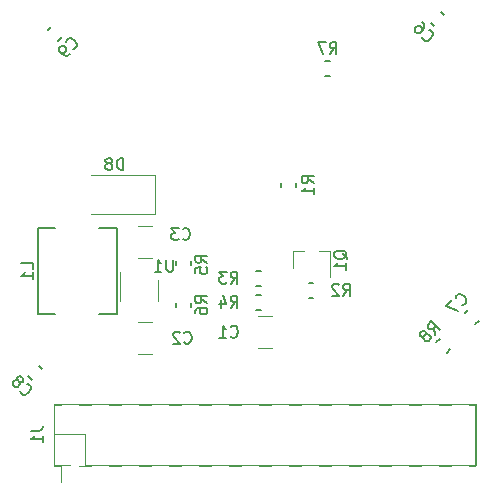
<source format=gbo>
G04 #@! TF.GenerationSoftware,KiCad,Pcbnew,(5.0.2)-1*
G04 #@! TF.CreationDate,2019-01-31T16:36:43+01:00*
G04 #@! TF.ProjectId,SHMod24_RF_IR_Bridge,53484d6f-6432-4345-9f52-465f49525f42,rev?*
G04 #@! TF.SameCoordinates,Original*
G04 #@! TF.FileFunction,Legend,Bot*
G04 #@! TF.FilePolarity,Positive*
%FSLAX46Y46*%
G04 Gerber Fmt 4.6, Leading zero omitted, Abs format (unit mm)*
G04 Created by KiCad (PCBNEW (5.0.2)-1) date 31/01/2019 16:36:43*
%MOMM*%
%LPD*%
G01*
G04 APERTURE LIST*
%ADD10C,0.150000*%
%ADD11C,0.120000*%
G04 APERTURE END LIST*
D10*
G04 #@! TO.C,R8*
X38795309Y-34238717D02*
X39064717Y-33969309D01*
X37897283Y-33340691D02*
X38166691Y-33071283D01*
G04 #@! TO.C,C7*
X41477717Y-31556309D02*
X41208309Y-31825717D01*
X40579691Y-30658283D02*
X40310283Y-30927691D01*
G04 #@! TO.C,C8*
X4520717Y-35626691D02*
X4251309Y-35357283D01*
X3622691Y-36524717D02*
X3353283Y-36255309D01*
G04 #@! TO.C,C9*
X5004283Y-6924691D02*
X5273691Y-6655283D01*
X5902309Y-7822717D02*
X6171717Y-7553309D01*
G04 #@! TO.C,C6*
X37407334Y-6301360D02*
X37676742Y-6570768D01*
X38305360Y-5403334D02*
X38574768Y-5672742D01*
D11*
G04 #@! TO.C,C2*
X12605936Y-31660000D02*
X13810064Y-31660000D01*
X12605936Y-34380000D02*
X13810064Y-34380000D01*
G04 #@! TO.C,C3*
X13810064Y-23532000D02*
X12605936Y-23532000D01*
X13810064Y-26252000D02*
X12605936Y-26252000D01*
G04 #@! TO.C,D8*
X14068000Y-19178000D02*
X14068000Y-22478000D01*
X14068000Y-22478000D02*
X8668000Y-22478000D01*
X14068000Y-19178000D02*
X8668000Y-19178000D01*
D10*
G04 #@! TO.C,L1*
X10843000Y-23728000D02*
X9343000Y-23728000D01*
X10843000Y-30928000D02*
X9343000Y-30928000D01*
X4143000Y-30928000D02*
X5643000Y-30928000D01*
X4143000Y-23728000D02*
X5643000Y-23728000D01*
X10843000Y-30928000D02*
X10843000Y-23728000D01*
X4143000Y-30928000D02*
X4143000Y-23728000D01*
G04 #@! TO.C,R7*
X28892500Y-9525000D02*
X28511500Y-9525000D01*
X28892500Y-10795000D02*
X28511500Y-10795000D01*
G04 #@! TO.C,R5*
X17145000Y-26479500D02*
X17145000Y-26860500D01*
X15875000Y-26479500D02*
X15875000Y-26860500D01*
G04 #@! TO.C,R6*
X15875000Y-30035500D02*
X15875000Y-30416500D01*
X17145000Y-30035500D02*
X17145000Y-30416500D01*
D11*
G04 #@! TO.C,U1*
X14310000Y-28056000D02*
X14310000Y-29856000D01*
X11090000Y-29856000D02*
X11090000Y-27406000D01*
G04 #@! TO.C,C1*
X22765936Y-33872000D02*
X23970064Y-33872000D01*
X22765936Y-31152000D02*
X23970064Y-31152000D01*
D10*
G04 #@! TO.C,R1*
X24765000Y-20256500D02*
X24765000Y-19875500D01*
X26035000Y-20256500D02*
X26035000Y-19875500D01*
G04 #@! TO.C,R2*
X27495500Y-28321000D02*
X27114500Y-28321000D01*
X27495500Y-29591000D02*
X27114500Y-29591000D01*
G04 #@! TO.C,R3*
X22669500Y-27305000D02*
X23050500Y-27305000D01*
X22669500Y-28575000D02*
X23050500Y-28575000D01*
G04 #@! TO.C,R4*
X22669500Y-30607000D02*
X23050500Y-30607000D01*
X22669500Y-29337000D02*
X23050500Y-29337000D01*
D11*
G04 #@! TO.C,Q1*
X25725000Y-25656000D02*
X26655000Y-25656000D01*
X28885000Y-25656000D02*
X27955000Y-25656000D01*
X28885000Y-25656000D02*
X28885000Y-27816000D01*
X25725000Y-25656000D02*
X25725000Y-27116000D01*
G04 #@! TO.C,J2*
X6090000Y-43875000D02*
X6090000Y-45235000D01*
X40630000Y-38675000D02*
X41200000Y-38675000D01*
X38090000Y-38675000D02*
X39110000Y-38675000D01*
X35550000Y-38675000D02*
X36570000Y-38675000D01*
X33010000Y-38675000D02*
X34030000Y-38675000D01*
X30470000Y-38675000D02*
X31490000Y-38675000D01*
X27930000Y-38675000D02*
X28950000Y-38675000D01*
X25390000Y-38675000D02*
X26410000Y-38675000D01*
X22850000Y-38675000D02*
X23870000Y-38675000D01*
X20310000Y-38675000D02*
X21330000Y-38675000D01*
X17770000Y-38675000D02*
X18790000Y-38675000D01*
X15230000Y-38675000D02*
X16250000Y-38675000D01*
X12690000Y-38675000D02*
X13710000Y-38675000D01*
X10150000Y-38675000D02*
X11170000Y-38675000D01*
X7610000Y-38675000D02*
X8630000Y-38675000D01*
X5520000Y-38675000D02*
X6090000Y-38675000D01*
X41200000Y-38675000D02*
X41200000Y-43875000D01*
X40630000Y-43875000D02*
X41200000Y-43875000D01*
X38090000Y-43875000D02*
X39110000Y-43875000D01*
X35550000Y-43875000D02*
X36570000Y-43875000D01*
X33010000Y-43875000D02*
X34030000Y-43875000D01*
X30470000Y-43875000D02*
X31490000Y-43875000D01*
X27930000Y-43875000D02*
X28950000Y-43875000D01*
X25390000Y-43875000D02*
X26410000Y-43875000D01*
X22850000Y-43875000D02*
X23870000Y-43875000D01*
X20310000Y-43875000D02*
X21330000Y-43875000D01*
X17770000Y-43875000D02*
X18790000Y-43875000D01*
X15230000Y-43875000D02*
X16250000Y-43875000D01*
X12690000Y-43875000D02*
X13710000Y-43875000D01*
X10150000Y-43875000D02*
X11170000Y-43875000D01*
X7610000Y-43875000D02*
X8630000Y-43875000D01*
X5520000Y-43875000D02*
X6090000Y-43875000D01*
X5520000Y-38675000D02*
X5520000Y-43875000D01*
G04 #@! TO.C,J1*
X5540000Y-42440000D02*
X5540000Y-43770000D01*
X5540000Y-43770000D02*
X6870000Y-43770000D01*
X5540000Y-41170000D02*
X8140000Y-41170000D01*
X8140000Y-41170000D02*
X8140000Y-43770000D01*
X8140000Y-43770000D02*
X41220000Y-43770000D01*
X41220000Y-38570000D02*
X41220000Y-43770000D01*
X5540000Y-38570000D02*
X41220000Y-38570000D01*
X5540000Y-38570000D02*
X5540000Y-41170000D01*
G04 #@! TO.C,R8*
D10*
X37775732Y-32714030D02*
X37674717Y-32141610D01*
X38179793Y-32309969D02*
X37472687Y-31602862D01*
X37203312Y-31872236D01*
X37169641Y-31973251D01*
X37169641Y-32040595D01*
X37203312Y-32141610D01*
X37304328Y-32242625D01*
X37405343Y-32276297D01*
X37472687Y-32276297D01*
X37573702Y-32242625D01*
X37843076Y-31973251D01*
X36967610Y-32714030D02*
X37001282Y-32613015D01*
X37001282Y-32545671D01*
X36967610Y-32444656D01*
X36933938Y-32410984D01*
X36832923Y-32377312D01*
X36765580Y-32377312D01*
X36664564Y-32410984D01*
X36529877Y-32545671D01*
X36496206Y-32646687D01*
X36496206Y-32714030D01*
X36529877Y-32815045D01*
X36563549Y-32848717D01*
X36664564Y-32882389D01*
X36731908Y-32882389D01*
X36832923Y-32848717D01*
X36967610Y-32714030D01*
X37068625Y-32680358D01*
X37135969Y-32680358D01*
X37236984Y-32714030D01*
X37371671Y-32848717D01*
X37405343Y-32949732D01*
X37405343Y-33017076D01*
X37371671Y-33118091D01*
X37236984Y-33252778D01*
X37135969Y-33286450D01*
X37068625Y-33286450D01*
X36967610Y-33252778D01*
X36832923Y-33118091D01*
X36799251Y-33017076D01*
X36799251Y-32949732D01*
X36832923Y-32848717D01*
G04 #@! TO.C,C7*
X40097663Y-30209961D02*
X40165006Y-30209961D01*
X40299693Y-30142617D01*
X40367037Y-30075274D01*
X40434380Y-29940586D01*
X40434380Y-29805899D01*
X40400709Y-29704884D01*
X40299693Y-29536525D01*
X40198678Y-29435510D01*
X40030319Y-29334495D01*
X39929304Y-29300823D01*
X39794617Y-29300823D01*
X39659930Y-29368167D01*
X39592586Y-29435510D01*
X39525243Y-29570197D01*
X39525243Y-29637541D01*
X39222197Y-29805899D02*
X38750793Y-30277304D01*
X39760945Y-30681365D01*
G04 #@! TO.C,C8*
X2659312Y-37454389D02*
X2659312Y-37521732D01*
X2726656Y-37656419D01*
X2793999Y-37723763D01*
X2928687Y-37791106D01*
X3063374Y-37791106D01*
X3164389Y-37757435D01*
X3332748Y-37656419D01*
X3433763Y-37555404D01*
X3534778Y-37387045D01*
X3568450Y-37286030D01*
X3568450Y-37151343D01*
X3501106Y-37016656D01*
X3433763Y-36949312D01*
X3299076Y-36881969D01*
X3231732Y-36881969D01*
X2591969Y-36713610D02*
X2692984Y-36747282D01*
X2760328Y-36747282D01*
X2861343Y-36713610D01*
X2895015Y-36679938D01*
X2928687Y-36578923D01*
X2928687Y-36511580D01*
X2895015Y-36410564D01*
X2760328Y-36275877D01*
X2659312Y-36242206D01*
X2591969Y-36242206D01*
X2490954Y-36275877D01*
X2457282Y-36309549D01*
X2423610Y-36410564D01*
X2423610Y-36477908D01*
X2457282Y-36578923D01*
X2591969Y-36713610D01*
X2625641Y-36814625D01*
X2625641Y-36881969D01*
X2591969Y-36982984D01*
X2457282Y-37117671D01*
X2356267Y-37151343D01*
X2288923Y-37151343D01*
X2187908Y-37117671D01*
X2053221Y-36982984D01*
X2019549Y-36881969D01*
X2019549Y-36814625D01*
X2053221Y-36713610D01*
X2187908Y-36578923D01*
X2288923Y-36545251D01*
X2356267Y-36545251D01*
X2457282Y-36578923D01*
G04 #@! TO.C,C9*
X7125115Y-8540413D02*
X7192458Y-8540413D01*
X7327145Y-8473069D01*
X7394489Y-8405725D01*
X7461832Y-8271038D01*
X7461832Y-8136351D01*
X7428161Y-8035336D01*
X7327145Y-7866977D01*
X7226130Y-7765962D01*
X7057771Y-7664947D01*
X6956756Y-7631275D01*
X6822069Y-7631275D01*
X6687382Y-7698619D01*
X6620038Y-7765962D01*
X6552695Y-7900649D01*
X6552695Y-7967993D01*
X6855741Y-8944474D02*
X6721054Y-9079161D01*
X6620038Y-9112832D01*
X6552695Y-9112832D01*
X6384336Y-9079161D01*
X6215977Y-8978145D01*
X5946603Y-8708771D01*
X5912932Y-8607756D01*
X5912932Y-8540413D01*
X5946603Y-8439397D01*
X6081290Y-8304710D01*
X6182306Y-8271038D01*
X6249649Y-8271038D01*
X6350664Y-8304710D01*
X6519023Y-8473069D01*
X6552695Y-8574084D01*
X6552695Y-8641428D01*
X6519023Y-8742443D01*
X6384336Y-8877130D01*
X6283321Y-8910802D01*
X6215977Y-8910802D01*
X6114962Y-8877130D01*
G04 #@! TO.C,C6*
X36689637Y-7524166D02*
X36689637Y-7591509D01*
X36756981Y-7726196D01*
X36824325Y-7793540D01*
X36959012Y-7860883D01*
X37093699Y-7860883D01*
X37194714Y-7827212D01*
X37363073Y-7726196D01*
X37464088Y-7625181D01*
X37565103Y-7456822D01*
X37598775Y-7355807D01*
X37598775Y-7221120D01*
X37531431Y-7086433D01*
X37464088Y-7019089D01*
X37329401Y-6951746D01*
X37262057Y-6951746D01*
X36723309Y-6278311D02*
X36857996Y-6412998D01*
X36891668Y-6514013D01*
X36891668Y-6581357D01*
X36857996Y-6749715D01*
X36756981Y-6918074D01*
X36487607Y-7187448D01*
X36386592Y-7221120D01*
X36319248Y-7221120D01*
X36218233Y-7187448D01*
X36083546Y-7052761D01*
X36049874Y-6951746D01*
X36049874Y-6884402D01*
X36083546Y-6783387D01*
X36251905Y-6615028D01*
X36352920Y-6581357D01*
X36420263Y-6581357D01*
X36521279Y-6615028D01*
X36655966Y-6749715D01*
X36689637Y-6850731D01*
X36689637Y-6918074D01*
X36655966Y-7019089D01*
G04 #@! TO.C,C2*
X16549666Y-33377142D02*
X16597285Y-33424761D01*
X16740142Y-33472380D01*
X16835380Y-33472380D01*
X16978238Y-33424761D01*
X17073476Y-33329523D01*
X17121095Y-33234285D01*
X17168714Y-33043809D01*
X17168714Y-32900952D01*
X17121095Y-32710476D01*
X17073476Y-32615238D01*
X16978238Y-32520000D01*
X16835380Y-32472380D01*
X16740142Y-32472380D01*
X16597285Y-32520000D01*
X16549666Y-32567619D01*
X16168714Y-32567619D02*
X16121095Y-32520000D01*
X16025857Y-32472380D01*
X15787761Y-32472380D01*
X15692523Y-32520000D01*
X15644904Y-32567619D01*
X15597285Y-32662857D01*
X15597285Y-32758095D01*
X15644904Y-32900952D01*
X16216333Y-33472380D01*
X15597285Y-33472380D01*
G04 #@! TO.C,C3*
X16422666Y-24614142D02*
X16470285Y-24661761D01*
X16613142Y-24709380D01*
X16708380Y-24709380D01*
X16851238Y-24661761D01*
X16946476Y-24566523D01*
X16994095Y-24471285D01*
X17041714Y-24280809D01*
X17041714Y-24137952D01*
X16994095Y-23947476D01*
X16946476Y-23852238D01*
X16851238Y-23757000D01*
X16708380Y-23709380D01*
X16613142Y-23709380D01*
X16470285Y-23757000D01*
X16422666Y-23804619D01*
X16089333Y-23709380D02*
X15470285Y-23709380D01*
X15803619Y-24090333D01*
X15660761Y-24090333D01*
X15565523Y-24137952D01*
X15517904Y-24185571D01*
X15470285Y-24280809D01*
X15470285Y-24518904D01*
X15517904Y-24614142D01*
X15565523Y-24661761D01*
X15660761Y-24709380D01*
X15946476Y-24709380D01*
X16041714Y-24661761D01*
X16089333Y-24614142D01*
G04 #@! TO.C,D8*
X11406095Y-18780380D02*
X11406095Y-17780380D01*
X11168000Y-17780380D01*
X11025142Y-17828000D01*
X10929904Y-17923238D01*
X10882285Y-18018476D01*
X10834666Y-18208952D01*
X10834666Y-18351809D01*
X10882285Y-18542285D01*
X10929904Y-18637523D01*
X11025142Y-18732761D01*
X11168000Y-18780380D01*
X11406095Y-18780380D01*
X10263238Y-18208952D02*
X10358476Y-18161333D01*
X10406095Y-18113714D01*
X10453714Y-18018476D01*
X10453714Y-17970857D01*
X10406095Y-17875619D01*
X10358476Y-17828000D01*
X10263238Y-17780380D01*
X10072761Y-17780380D01*
X9977523Y-17828000D01*
X9929904Y-17875619D01*
X9882285Y-17970857D01*
X9882285Y-18018476D01*
X9929904Y-18113714D01*
X9977523Y-18161333D01*
X10072761Y-18208952D01*
X10263238Y-18208952D01*
X10358476Y-18256571D01*
X10406095Y-18304190D01*
X10453714Y-18399428D01*
X10453714Y-18589904D01*
X10406095Y-18685142D01*
X10358476Y-18732761D01*
X10263238Y-18780380D01*
X10072761Y-18780380D01*
X9977523Y-18732761D01*
X9929904Y-18685142D01*
X9882285Y-18589904D01*
X9882285Y-18399428D01*
X9929904Y-18304190D01*
X9977523Y-18256571D01*
X10072761Y-18208952D01*
G04 #@! TO.C,L1*
X3752380Y-27161333D02*
X3752380Y-26685142D01*
X2752380Y-26685142D01*
X3752380Y-28018476D02*
X3752380Y-27447047D01*
X3752380Y-27732761D02*
X2752380Y-27732761D01*
X2895238Y-27637523D01*
X2990476Y-27542285D01*
X3038095Y-27447047D01*
G04 #@! TO.C,R7*
X28868666Y-8962380D02*
X29202000Y-8486190D01*
X29440095Y-8962380D02*
X29440095Y-7962380D01*
X29059142Y-7962380D01*
X28963904Y-8010000D01*
X28916285Y-8057619D01*
X28868666Y-8152857D01*
X28868666Y-8295714D01*
X28916285Y-8390952D01*
X28963904Y-8438571D01*
X29059142Y-8486190D01*
X29440095Y-8486190D01*
X28535333Y-7962380D02*
X27868666Y-7962380D01*
X28297238Y-8962380D01*
G04 #@! TO.C,R5*
X18486380Y-26630333D02*
X18010190Y-26297000D01*
X18486380Y-26058904D02*
X17486380Y-26058904D01*
X17486380Y-26439857D01*
X17534000Y-26535095D01*
X17581619Y-26582714D01*
X17676857Y-26630333D01*
X17819714Y-26630333D01*
X17914952Y-26582714D01*
X17962571Y-26535095D01*
X18010190Y-26439857D01*
X18010190Y-26058904D01*
X17486380Y-27535095D02*
X17486380Y-27058904D01*
X17962571Y-27011285D01*
X17914952Y-27058904D01*
X17867333Y-27154142D01*
X17867333Y-27392238D01*
X17914952Y-27487476D01*
X17962571Y-27535095D01*
X18057809Y-27582714D01*
X18295904Y-27582714D01*
X18391142Y-27535095D01*
X18438761Y-27487476D01*
X18486380Y-27392238D01*
X18486380Y-27154142D01*
X18438761Y-27058904D01*
X18391142Y-27011285D01*
G04 #@! TO.C,R6*
X18486380Y-30059333D02*
X18010190Y-29726000D01*
X18486380Y-29487904D02*
X17486380Y-29487904D01*
X17486380Y-29868857D01*
X17534000Y-29964095D01*
X17581619Y-30011714D01*
X17676857Y-30059333D01*
X17819714Y-30059333D01*
X17914952Y-30011714D01*
X17962571Y-29964095D01*
X18010190Y-29868857D01*
X18010190Y-29487904D01*
X17486380Y-30916476D02*
X17486380Y-30726000D01*
X17534000Y-30630761D01*
X17581619Y-30583142D01*
X17724476Y-30487904D01*
X17914952Y-30440285D01*
X18295904Y-30440285D01*
X18391142Y-30487904D01*
X18438761Y-30535523D01*
X18486380Y-30630761D01*
X18486380Y-30821238D01*
X18438761Y-30916476D01*
X18391142Y-30964095D01*
X18295904Y-31011714D01*
X18057809Y-31011714D01*
X17962571Y-30964095D01*
X17914952Y-30916476D01*
X17867333Y-30821238D01*
X17867333Y-30630761D01*
X17914952Y-30535523D01*
X17962571Y-30487904D01*
X18057809Y-30440285D01*
G04 #@! TO.C,U1*
X15620904Y-26376380D02*
X15620904Y-27185904D01*
X15573285Y-27281142D01*
X15525666Y-27328761D01*
X15430428Y-27376380D01*
X15239952Y-27376380D01*
X15144714Y-27328761D01*
X15097095Y-27281142D01*
X15049476Y-27185904D01*
X15049476Y-26376380D01*
X14049476Y-27376380D02*
X14620904Y-27376380D01*
X14335190Y-27376380D02*
X14335190Y-26376380D01*
X14430428Y-26519238D01*
X14525666Y-26614476D01*
X14620904Y-26662095D01*
G04 #@! TO.C,C1*
X20486666Y-32869142D02*
X20534285Y-32916761D01*
X20677142Y-32964380D01*
X20772380Y-32964380D01*
X20915238Y-32916761D01*
X21010476Y-32821523D01*
X21058095Y-32726285D01*
X21105714Y-32535809D01*
X21105714Y-32392952D01*
X21058095Y-32202476D01*
X21010476Y-32107238D01*
X20915238Y-32012000D01*
X20772380Y-31964380D01*
X20677142Y-31964380D01*
X20534285Y-32012000D01*
X20486666Y-32059619D01*
X19534285Y-32964380D02*
X20105714Y-32964380D01*
X19820000Y-32964380D02*
X19820000Y-31964380D01*
X19915238Y-32107238D01*
X20010476Y-32202476D01*
X20105714Y-32250095D01*
G04 #@! TO.C,R1*
X27502380Y-19899333D02*
X27026190Y-19566000D01*
X27502380Y-19327904D02*
X26502380Y-19327904D01*
X26502380Y-19708857D01*
X26550000Y-19804095D01*
X26597619Y-19851714D01*
X26692857Y-19899333D01*
X26835714Y-19899333D01*
X26930952Y-19851714D01*
X26978571Y-19804095D01*
X27026190Y-19708857D01*
X27026190Y-19327904D01*
X27502380Y-20851714D02*
X27502380Y-20280285D01*
X27502380Y-20566000D02*
X26502380Y-20566000D01*
X26645238Y-20470761D01*
X26740476Y-20375523D01*
X26788095Y-20280285D01*
G04 #@! TO.C,R2*
X30011666Y-29408380D02*
X30345000Y-28932190D01*
X30583095Y-29408380D02*
X30583095Y-28408380D01*
X30202142Y-28408380D01*
X30106904Y-28456000D01*
X30059285Y-28503619D01*
X30011666Y-28598857D01*
X30011666Y-28741714D01*
X30059285Y-28836952D01*
X30106904Y-28884571D01*
X30202142Y-28932190D01*
X30583095Y-28932190D01*
X29630714Y-28503619D02*
X29583095Y-28456000D01*
X29487857Y-28408380D01*
X29249761Y-28408380D01*
X29154523Y-28456000D01*
X29106904Y-28503619D01*
X29059285Y-28598857D01*
X29059285Y-28694095D01*
X29106904Y-28836952D01*
X29678333Y-29408380D01*
X29059285Y-29408380D01*
G04 #@! TO.C,R3*
X20486666Y-28392380D02*
X20820000Y-27916190D01*
X21058095Y-28392380D02*
X21058095Y-27392380D01*
X20677142Y-27392380D01*
X20581904Y-27440000D01*
X20534285Y-27487619D01*
X20486666Y-27582857D01*
X20486666Y-27725714D01*
X20534285Y-27820952D01*
X20581904Y-27868571D01*
X20677142Y-27916190D01*
X21058095Y-27916190D01*
X20153333Y-27392380D02*
X19534285Y-27392380D01*
X19867619Y-27773333D01*
X19724761Y-27773333D01*
X19629523Y-27820952D01*
X19581904Y-27868571D01*
X19534285Y-27963809D01*
X19534285Y-28201904D01*
X19581904Y-28297142D01*
X19629523Y-28344761D01*
X19724761Y-28392380D01*
X20010476Y-28392380D01*
X20105714Y-28344761D01*
X20153333Y-28297142D01*
G04 #@! TO.C,R4*
X20486666Y-30424380D02*
X20820000Y-29948190D01*
X21058095Y-30424380D02*
X21058095Y-29424380D01*
X20677142Y-29424380D01*
X20581904Y-29472000D01*
X20534285Y-29519619D01*
X20486666Y-29614857D01*
X20486666Y-29757714D01*
X20534285Y-29852952D01*
X20581904Y-29900571D01*
X20677142Y-29948190D01*
X21058095Y-29948190D01*
X19629523Y-29757714D02*
X19629523Y-30424380D01*
X19867619Y-29376761D02*
X20105714Y-30091047D01*
X19486666Y-30091047D01*
G04 #@! TO.C,Q1*
X30352619Y-26320761D02*
X30305000Y-26225523D01*
X30209761Y-26130285D01*
X30066904Y-25987428D01*
X30019285Y-25892190D01*
X30019285Y-25796952D01*
X30257380Y-25844571D02*
X30209761Y-25749333D01*
X30114523Y-25654095D01*
X29924047Y-25606476D01*
X29590714Y-25606476D01*
X29400238Y-25654095D01*
X29305000Y-25749333D01*
X29257380Y-25844571D01*
X29257380Y-26035047D01*
X29305000Y-26130285D01*
X29400238Y-26225523D01*
X29590714Y-26273142D01*
X29924047Y-26273142D01*
X30114523Y-26225523D01*
X30209761Y-26130285D01*
X30257380Y-26035047D01*
X30257380Y-25844571D01*
X30257380Y-27225523D02*
X30257380Y-26654095D01*
X30257380Y-26939809D02*
X29257380Y-26939809D01*
X29400238Y-26844571D01*
X29495476Y-26749333D01*
X29543095Y-26654095D01*
G04 #@! TO.C,J1*
X3552380Y-40836666D02*
X4266666Y-40836666D01*
X4409523Y-40789047D01*
X4504761Y-40693809D01*
X4552380Y-40550952D01*
X4552380Y-40455714D01*
X4552380Y-41836666D02*
X4552380Y-41265238D01*
X4552380Y-41550952D02*
X3552380Y-41550952D01*
X3695238Y-41455714D01*
X3790476Y-41360476D01*
X3838095Y-41265238D01*
G04 #@! TD*
M02*

</source>
